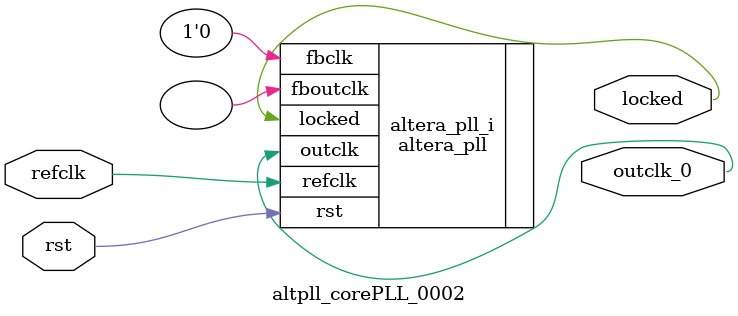
<source format=v>
`timescale 1ns/10ps
module  altpll_corePLL_0002(

	// interface 'refclk'
	input wire refclk,

	// interface 'reset'
	input wire rst,

	// interface 'outclk0'
	output wire outclk_0,

	// interface 'locked'
	output wire locked
);

	altera_pll #(
		.fractional_vco_multiplier("false"),
		.reference_clock_frequency("50.0 MHz"),
		.operation_mode("direct"),
		.number_of_clocks(1),
		.output_clock_frequency0("50.000000 MHz"),
		.phase_shift0("0 ps"),
		.duty_cycle0(50),
		.output_clock_frequency1("0 MHz"),
		.phase_shift1("0 ps"),
		.duty_cycle1(50),
		.output_clock_frequency2("0 MHz"),
		.phase_shift2("0 ps"),
		.duty_cycle2(50),
		.output_clock_frequency3("0 MHz"),
		.phase_shift3("0 ps"),
		.duty_cycle3(50),
		.output_clock_frequency4("0 MHz"),
		.phase_shift4("0 ps"),
		.duty_cycle4(50),
		.output_clock_frequency5("0 MHz"),
		.phase_shift5("0 ps"),
		.duty_cycle5(50),
		.output_clock_frequency6("0 MHz"),
		.phase_shift6("0 ps"),
		.duty_cycle6(50),
		.output_clock_frequency7("0 MHz"),
		.phase_shift7("0 ps"),
		.duty_cycle7(50),
		.output_clock_frequency8("0 MHz"),
		.phase_shift8("0 ps"),
		.duty_cycle8(50),
		.output_clock_frequency9("0 MHz"),
		.phase_shift9("0 ps"),
		.duty_cycle9(50),
		.output_clock_frequency10("0 MHz"),
		.phase_shift10("0 ps"),
		.duty_cycle10(50),
		.output_clock_frequency11("0 MHz"),
		.phase_shift11("0 ps"),
		.duty_cycle11(50),
		.output_clock_frequency12("0 MHz"),
		.phase_shift12("0 ps"),
		.duty_cycle12(50),
		.output_clock_frequency13("0 MHz"),
		.phase_shift13("0 ps"),
		.duty_cycle13(50),
		.output_clock_frequency14("0 MHz"),
		.phase_shift14("0 ps"),
		.duty_cycle14(50),
		.output_clock_frequency15("0 MHz"),
		.phase_shift15("0 ps"),
		.duty_cycle15(50),
		.output_clock_frequency16("0 MHz"),
		.phase_shift16("0 ps"),
		.duty_cycle16(50),
		.output_clock_frequency17("0 MHz"),
		.phase_shift17("0 ps"),
		.duty_cycle17(50),
		.pll_type("General"),
		.pll_subtype("General")
	) altera_pll_i (
		.rst	(rst),
		.outclk	({outclk_0}),
		.locked	(locked),
		.fboutclk	( ),
		.fbclk	(1'b0),
		.refclk	(refclk)
	);
endmodule


</source>
